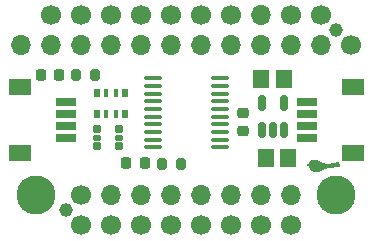
<source format=gbr>
%TF.GenerationSoftware,KiCad,Pcbnew,7.0.3*%
%TF.CreationDate,2023-05-19T16:22:07-07:00*%
%TF.ProjectId,StemmaG0,5374656d-6d61-4473-902e-6b696361645f,rev?*%
%TF.SameCoordinates,Original*%
%TF.FileFunction,Soldermask,Top*%
%TF.FilePolarity,Negative*%
%FSLAX46Y46*%
G04 Gerber Fmt 4.6, Leading zero omitted, Abs format (unit mm)*
G04 Created by KiCad (PCBNEW 7.0.3) date 2023-05-19 16:22:07*
%MOMM*%
%LPD*%
G01*
G04 APERTURE LIST*
G04 Aperture macros list*
%AMRoundRect*
0 Rectangle with rounded corners*
0 $1 Rounding radius*
0 $2 $3 $4 $5 $6 $7 $8 $9 X,Y pos of 4 corners*
0 Add a 4 corners polygon primitive as box body*
4,1,4,$2,$3,$4,$5,$6,$7,$8,$9,$2,$3,0*
0 Add four circle primitives for the rounded corners*
1,1,$1+$1,$2,$3*
1,1,$1+$1,$4,$5*
1,1,$1+$1,$6,$7*
1,1,$1+$1,$8,$9*
0 Add four rect primitives between the rounded corners*
20,1,$1+$1,$2,$3,$4,$5,0*
20,1,$1+$1,$4,$5,$6,$7,0*
20,1,$1+$1,$6,$7,$8,$9,0*
20,1,$1+$1,$8,$9,$2,$3,0*%
G04 Aperture macros list end*
%ADD10C,0.010000*%
%ADD11RoundRect,0.200000X0.200000X0.275000X-0.200000X0.275000X-0.200000X-0.275000X0.200000X-0.275000X0*%
%ADD12C,1.700000*%
%ADD13O,1.700000X1.700000*%
%ADD14C,1.152000*%
%ADD15R,0.500000X0.800000*%
%ADD16R,0.400000X0.800000*%
%ADD17RoundRect,0.050800X0.250000X-0.250000X0.250000X0.250000X-0.250000X0.250000X-0.250000X-0.250000X0*%
%ADD18RoundRect,0.050800X0.250000X-0.200000X0.250000X0.200000X-0.250000X0.200000X-0.250000X-0.200000X0*%
%ADD19RoundRect,0.218750X-0.218750X-0.256250X0.218750X-0.256250X0.218750X0.256250X-0.218750X0.256250X0*%
%ADD20C,3.301600*%
%ADD21RoundRect,0.050800X0.775000X0.300000X-0.775000X0.300000X-0.775000X-0.300000X0.775000X-0.300000X0*%
%ADD22RoundRect,0.050800X0.900000X0.600000X-0.900000X0.600000X-0.900000X-0.600000X0.900000X-0.600000X0*%
%ADD23RoundRect,0.218750X0.218750X0.256250X-0.218750X0.256250X-0.218750X-0.256250X0.218750X-0.256250X0*%
%ADD24RoundRect,0.100000X0.637500X0.100000X-0.637500X0.100000X-0.637500X-0.100000X0.637500X-0.100000X0*%
%ADD25RoundRect,0.150000X0.150000X-0.512500X0.150000X0.512500X-0.150000X0.512500X-0.150000X-0.512500X0*%
%ADD26RoundRect,0.225000X0.250000X-0.225000X0.250000X0.225000X-0.250000X0.225000X-0.250000X-0.225000X0*%
%ADD27RoundRect,0.050800X-0.620000X-0.750000X0.620000X-0.750000X0.620000X0.750000X-0.620000X0.750000X0*%
%ADD28RoundRect,0.050800X-0.775000X-0.300000X0.775000X-0.300000X0.775000X0.300000X-0.775000X0.300000X0*%
%ADD29RoundRect,0.050800X-0.900000X-0.600000X0.900000X-0.600000X0.900000X0.600000X-0.900000X0.600000X0*%
%ADD30RoundRect,0.200000X-0.200000X-0.275000X0.200000X-0.275000X0.200000X0.275000X-0.200000X0.275000X0*%
G04 APERTURE END LIST*
%TO.C,G\u002A\u002A\u002A*%
D10*
X23516297Y3022302D02*
X23529269Y3021693D01*
X23541577Y3020640D01*
X23553799Y3019097D01*
X23566514Y3017019D01*
X23575099Y3015403D01*
X23587773Y3012781D01*
X23599864Y3009975D01*
X23611730Y3006871D01*
X23623729Y3003355D01*
X23636221Y2999312D01*
X23649562Y2994628D01*
X23664113Y2989188D01*
X23680231Y2982878D01*
X23692425Y2977969D01*
X23708615Y2971318D01*
X23725051Y2964414D01*
X23741872Y2957190D01*
X23759217Y2949583D01*
X23777223Y2941527D01*
X23796030Y2932958D01*
X23815777Y2923810D01*
X23836601Y2914018D01*
X23858641Y2903517D01*
X23882037Y2892243D01*
X23906926Y2880130D01*
X23933447Y2867113D01*
X23961739Y2853128D01*
X23991940Y2838109D01*
X24011744Y2828219D01*
X24039760Y2814235D01*
X24065794Y2801298D01*
X24090009Y2789333D01*
X24112566Y2778266D01*
X24133627Y2768022D01*
X24153354Y2758528D01*
X24171910Y2749709D01*
X24189455Y2741490D01*
X24206153Y2733797D01*
X24222164Y2726556D01*
X24237651Y2719693D01*
X24252777Y2713132D01*
X24267702Y2706800D01*
X24282589Y2700623D01*
X24297599Y2694525D01*
X24312895Y2688433D01*
X24328639Y2682272D01*
X24334529Y2679991D01*
X24342754Y2676807D01*
X24350393Y2673835D01*
X24357107Y2671207D01*
X24362557Y2669058D01*
X24366405Y2667519D01*
X24368254Y2666750D01*
X24371741Y2665187D01*
X24362702Y2654364D01*
X24348451Y2638524D01*
X24332061Y2622491D01*
X24313779Y2606454D01*
X24293855Y2590601D01*
X24272537Y2575122D01*
X24250073Y2560205D01*
X24226714Y2546039D01*
X24202707Y2532813D01*
X24202086Y2532488D01*
X24170746Y2517099D01*
X24137452Y2502583D01*
X24102544Y2489039D01*
X24066360Y2476567D01*
X24029239Y2465265D01*
X23991519Y2455232D01*
X23953538Y2446568D01*
X23915636Y2439370D01*
X23878150Y2433739D01*
X23854953Y2431046D01*
X23848076Y2430505D01*
X23839436Y2430081D01*
X23829483Y2429773D01*
X23818667Y2429581D01*
X23807438Y2429505D01*
X23796247Y2429545D01*
X23785544Y2429702D01*
X23775778Y2429975D01*
X23767401Y2430365D01*
X23760861Y2430871D01*
X23759400Y2431036D01*
X23735337Y2434887D01*
X23713154Y2440216D01*
X23692861Y2447021D01*
X23674471Y2455297D01*
X23657993Y2465041D01*
X23651693Y2469533D01*
X23637757Y2481382D01*
X23625868Y2494439D01*
X23615906Y2508869D01*
X23607751Y2524838D01*
X23603652Y2535289D01*
X23600493Y2544944D01*
X23598234Y2553722D01*
X23596754Y2562390D01*
X23595930Y2571713D01*
X23595641Y2582457D01*
X23595639Y2585641D01*
X23595707Y2605149D01*
X23587810Y2605959D01*
X23579912Y2606768D01*
X23571383Y2600964D01*
X23562853Y2595161D01*
X23562500Y2583670D01*
X23563036Y2567565D01*
X23565498Y2550722D01*
X23569737Y2533643D01*
X23575604Y2516833D01*
X23582950Y2500795D01*
X23591343Y2486456D01*
X23603611Y2470050D01*
X23617668Y2455268D01*
X23633507Y2442113D01*
X23651121Y2430589D01*
X23670502Y2420699D01*
X23691645Y2412448D01*
X23714540Y2405839D01*
X23739182Y2400874D01*
X23765564Y2397559D01*
X23768597Y2397293D01*
X23778190Y2396717D01*
X23789648Y2396406D01*
X23802431Y2396347D01*
X23816002Y2396527D01*
X23829821Y2396932D01*
X23843351Y2397551D01*
X23856052Y2398370D01*
X23867386Y2399375D01*
X23870863Y2399761D01*
X23909394Y2405101D01*
X23948465Y2412061D01*
X23987694Y2420534D01*
X24026701Y2430413D01*
X24065104Y2441592D01*
X24102524Y2453965D01*
X24138578Y2467425D01*
X24172886Y2481867D01*
X24185274Y2487537D01*
X24215219Y2502350D01*
X24243960Y2518135D01*
X24271337Y2534776D01*
X24297192Y2552157D01*
X24321369Y2570163D01*
X24343707Y2588678D01*
X24364050Y2607586D01*
X24382239Y2626771D01*
X24393098Y2639668D01*
X24398179Y2645858D01*
X24402005Y2650134D01*
X24404669Y2652589D01*
X24406261Y2653317D01*
X24406380Y2653295D01*
X24411377Y2652047D01*
X24418388Y2650632D01*
X24427016Y2649107D01*
X24436867Y2647528D01*
X24447546Y2645953D01*
X24458656Y2644439D01*
X24469803Y2643043D01*
X24480591Y2641822D01*
X24490625Y2640833D01*
X24495396Y2640431D01*
X24505770Y2639836D01*
X24517261Y2639602D01*
X24530019Y2639740D01*
X24544198Y2640258D01*
X24559949Y2641166D01*
X24577426Y2642473D01*
X24596780Y2644187D01*
X24618165Y2646319D01*
X24641731Y2648878D01*
X24649005Y2649702D01*
X24682582Y2653752D01*
X24718381Y2658479D01*
X24756306Y2663865D01*
X24796263Y2669893D01*
X24838156Y2676545D01*
X24881890Y2683805D01*
X24927369Y2691654D01*
X24974498Y2700076D01*
X25023181Y2709053D01*
X25073324Y2718567D01*
X25124831Y2728602D01*
X25177606Y2739140D01*
X25231555Y2750164D01*
X25286581Y2761655D01*
X25342591Y2773598D01*
X25399487Y2785974D01*
X25409191Y2788109D01*
X25420002Y2790474D01*
X25430311Y2792696D01*
X25439827Y2794715D01*
X25448257Y2796470D01*
X25455309Y2797900D01*
X25460693Y2798946D01*
X25464116Y2799547D01*
X25464829Y2799645D01*
X25474216Y2799616D01*
X25484148Y2797698D01*
X25494002Y2794118D01*
X25503154Y2789104D01*
X25510982Y2782886D01*
X25511227Y2782647D01*
X25514915Y2778409D01*
X25519449Y2772194D01*
X25524700Y2764240D01*
X25530537Y2754784D01*
X25536830Y2744063D01*
X25543450Y2732314D01*
X25550267Y2719773D01*
X25557151Y2706678D01*
X25563971Y2693267D01*
X25570599Y2679775D01*
X25576905Y2666441D01*
X25582757Y2653500D01*
X25585751Y2646604D01*
X25595172Y2622968D01*
X25602673Y2600707D01*
X25608251Y2579835D01*
X25611904Y2560362D01*
X25613632Y2542299D01*
X25613431Y2525657D01*
X25611302Y2510449D01*
X25607476Y2497301D01*
X25604191Y2490354D01*
X25599540Y2482841D01*
X25594124Y2475608D01*
X25588540Y2469500D01*
X25586488Y2467642D01*
X25581212Y2463559D01*
X25575514Y2459953D01*
X25569208Y2456788D01*
X25562107Y2454026D01*
X25554025Y2451629D01*
X25544775Y2449559D01*
X25534171Y2447779D01*
X25522026Y2446251D01*
X25508153Y2444936D01*
X25492366Y2443798D01*
X25474479Y2442799D01*
X25460596Y2442160D01*
X25453817Y2441893D01*
X25444962Y2441580D01*
X25434372Y2441230D01*
X25422388Y2440853D01*
X25409353Y2440462D01*
X25395609Y2440065D01*
X25381496Y2439673D01*
X25367357Y2439297D01*
X25360205Y2439113D01*
X25323874Y2438155D01*
X25289757Y2437173D01*
X25257648Y2436158D01*
X25227341Y2435100D01*
X25198631Y2433989D01*
X25171313Y2432814D01*
X25145181Y2431565D01*
X25120030Y2430232D01*
X25095654Y2428806D01*
X25071848Y2427276D01*
X25048406Y2425632D01*
X25025123Y2423864D01*
X25001793Y2421961D01*
X24989486Y2420908D01*
X24937232Y2416000D01*
X24887000Y2410508D01*
X24838451Y2404363D01*
X24791245Y2397493D01*
X24745041Y2389830D01*
X24699501Y2381302D01*
X24654283Y2371840D01*
X24609048Y2361373D01*
X24563456Y2349832D01*
X24517166Y2337146D01*
X24469840Y2323245D01*
X24421137Y2308059D01*
X24384120Y2295989D01*
X24364696Y2289509D01*
X24346721Y2283418D01*
X24329997Y2277624D01*
X24314330Y2272036D01*
X24299522Y2266563D01*
X24285378Y2261114D01*
X24271702Y2255596D01*
X24258297Y2249920D01*
X24244969Y2243993D01*
X24231520Y2237725D01*
X24217755Y2231024D01*
X24203478Y2223799D01*
X24188493Y2215958D01*
X24172603Y2207411D01*
X24155613Y2198066D01*
X24137327Y2187831D01*
X24117548Y2176617D01*
X24096081Y2164331D01*
X24073877Y2151543D01*
X24056668Y2141625D01*
X24041318Y2132811D01*
X24027602Y2124978D01*
X24015296Y2118001D01*
X24004174Y2111756D01*
X23994011Y2106119D01*
X23984583Y2100967D01*
X23975664Y2096175D01*
X23967030Y2091619D01*
X23958456Y2087176D01*
X23949717Y2082721D01*
X23942039Y2078856D01*
X23919644Y2067912D01*
X23898803Y2058325D01*
X23879156Y2049972D01*
X23860344Y2042730D01*
X23842008Y2036474D01*
X23823790Y2031079D01*
X23805329Y2026423D01*
X23786269Y2022382D01*
X23769992Y2019448D01*
X23749669Y2016231D01*
X23730954Y2013703D01*
X23713154Y2011808D01*
X23695575Y2010489D01*
X23677525Y2009691D01*
X23658309Y2009358D01*
X23645100Y2009363D01*
X23635984Y2009431D01*
X23627398Y2009520D01*
X23619716Y2009622D01*
X23613314Y2009734D01*
X23608566Y2009848D01*
X23605848Y2009960D01*
X23605791Y2009964D01*
X23574575Y2013055D01*
X23543783Y2017733D01*
X23513710Y2023923D01*
X23484647Y2031549D01*
X23456888Y2040537D01*
X23430728Y2050811D01*
X23410958Y2060000D01*
X23381529Y2076079D01*
X23352857Y2094436D01*
X23324968Y2115043D01*
X23297888Y2137872D01*
X23271644Y2162894D01*
X23246262Y2190082D01*
X23221767Y2219407D01*
X23198186Y2250841D01*
X23175545Y2284357D01*
X23153870Y2319925D01*
X23133187Y2357519D01*
X23131703Y2360367D01*
X23119015Y2386086D01*
X23107182Y2412741D01*
X23096081Y2440653D01*
X23085588Y2470140D01*
X23075582Y2501524D01*
X23069924Y2520820D01*
X23067330Y2529936D01*
X22983077Y2563922D01*
X22969542Y2569399D01*
X22956679Y2574637D01*
X22944663Y2579564D01*
X22933667Y2584106D01*
X22923864Y2588192D01*
X22915428Y2591747D01*
X22908534Y2594700D01*
X22903353Y2596978D01*
X22900060Y2598508D01*
X22898829Y2599217D01*
X22898824Y2599233D01*
X22899707Y2600219D01*
X22902268Y2602692D01*
X22906377Y2606533D01*
X22911902Y2611623D01*
X22918713Y2617843D01*
X22926678Y2625073D01*
X22935667Y2633196D01*
X22945549Y2642092D01*
X22956193Y2651642D01*
X22967468Y2661728D01*
X22976234Y2669549D01*
X23053643Y2738540D01*
X23058573Y2752158D01*
X23068288Y2776184D01*
X23079687Y2799122D01*
X23092910Y2821181D01*
X23108096Y2842569D01*
X23125384Y2863496D01*
X23144915Y2884169D01*
X23150534Y2889680D01*
X23173614Y2910312D01*
X23198502Y2929403D01*
X23225109Y2946905D01*
X23253344Y2962775D01*
X23283116Y2976967D01*
X23314334Y2989435D01*
X23346907Y3000135D01*
X23380745Y3009020D01*
X23396543Y3012451D01*
X23411765Y3015412D01*
X23425384Y3017734D01*
X23438108Y3019493D01*
X23450643Y3020770D01*
X23463697Y3021641D01*
X23477977Y3022187D01*
X23486048Y3022366D01*
X23502083Y3022511D01*
X23516297Y3022302D01*
G36*
X23516297Y3022302D02*
G01*
X23529269Y3021693D01*
X23541577Y3020640D01*
X23553799Y3019097D01*
X23566514Y3017019D01*
X23575099Y3015403D01*
X23587773Y3012781D01*
X23599864Y3009975D01*
X23611730Y3006871D01*
X23623729Y3003355D01*
X23636221Y2999312D01*
X23649562Y2994628D01*
X23664113Y2989188D01*
X23680231Y2982878D01*
X23692425Y2977969D01*
X23708615Y2971318D01*
X23725051Y2964414D01*
X23741872Y2957190D01*
X23759217Y2949583D01*
X23777223Y2941527D01*
X23796030Y2932958D01*
X23815777Y2923810D01*
X23836601Y2914018D01*
X23858641Y2903517D01*
X23882037Y2892243D01*
X23906926Y2880130D01*
X23933447Y2867113D01*
X23961739Y2853128D01*
X23991940Y2838109D01*
X24011744Y2828219D01*
X24039760Y2814235D01*
X24065794Y2801298D01*
X24090009Y2789333D01*
X24112566Y2778266D01*
X24133627Y2768022D01*
X24153354Y2758528D01*
X24171910Y2749709D01*
X24189455Y2741490D01*
X24206153Y2733797D01*
X24222164Y2726556D01*
X24237651Y2719693D01*
X24252777Y2713132D01*
X24267702Y2706800D01*
X24282589Y2700623D01*
X24297599Y2694525D01*
X24312895Y2688433D01*
X24328639Y2682272D01*
X24334529Y2679991D01*
X24342754Y2676807D01*
X24350393Y2673835D01*
X24357107Y2671207D01*
X24362557Y2669058D01*
X24366405Y2667519D01*
X24368254Y2666750D01*
X24371741Y2665187D01*
X24362702Y2654364D01*
X24348451Y2638524D01*
X24332061Y2622491D01*
X24313779Y2606454D01*
X24293855Y2590601D01*
X24272537Y2575122D01*
X24250073Y2560205D01*
X24226714Y2546039D01*
X24202707Y2532813D01*
X24202086Y2532488D01*
X24170746Y2517099D01*
X24137452Y2502583D01*
X24102544Y2489039D01*
X24066360Y2476567D01*
X24029239Y2465265D01*
X23991519Y2455232D01*
X23953538Y2446568D01*
X23915636Y2439370D01*
X23878150Y2433739D01*
X23854953Y2431046D01*
X23848076Y2430505D01*
X23839436Y2430081D01*
X23829483Y2429773D01*
X23818667Y2429581D01*
X23807438Y2429505D01*
X23796247Y2429545D01*
X23785544Y2429702D01*
X23775778Y2429975D01*
X23767401Y2430365D01*
X23760861Y2430871D01*
X23759400Y2431036D01*
X23735337Y2434887D01*
X23713154Y2440216D01*
X23692861Y2447021D01*
X23674471Y2455297D01*
X23657993Y2465041D01*
X23651693Y2469533D01*
X23637757Y2481382D01*
X23625868Y2494439D01*
X23615906Y2508869D01*
X23607751Y2524838D01*
X23603652Y2535289D01*
X23600493Y2544944D01*
X23598234Y2553722D01*
X23596754Y2562390D01*
X23595930Y2571713D01*
X23595641Y2582457D01*
X23595639Y2585641D01*
X23595707Y2605149D01*
X23587810Y2605959D01*
X23579912Y2606768D01*
X23571383Y2600964D01*
X23562853Y2595161D01*
X23562500Y2583670D01*
X23563036Y2567565D01*
X23565498Y2550722D01*
X23569737Y2533643D01*
X23575604Y2516833D01*
X23582950Y2500795D01*
X23591343Y2486456D01*
X23603611Y2470050D01*
X23617668Y2455268D01*
X23633507Y2442113D01*
X23651121Y2430589D01*
X23670502Y2420699D01*
X23691645Y2412448D01*
X23714540Y2405839D01*
X23739182Y2400874D01*
X23765564Y2397559D01*
X23768597Y2397293D01*
X23778190Y2396717D01*
X23789648Y2396406D01*
X23802431Y2396347D01*
X23816002Y2396527D01*
X23829821Y2396932D01*
X23843351Y2397551D01*
X23856052Y2398370D01*
X23867386Y2399375D01*
X23870863Y2399761D01*
X23909394Y2405101D01*
X23948465Y2412061D01*
X23987694Y2420534D01*
X24026701Y2430413D01*
X24065104Y2441592D01*
X24102524Y2453965D01*
X24138578Y2467425D01*
X24172886Y2481867D01*
X24185274Y2487537D01*
X24215219Y2502350D01*
X24243960Y2518135D01*
X24271337Y2534776D01*
X24297192Y2552157D01*
X24321369Y2570163D01*
X24343707Y2588678D01*
X24364050Y2607586D01*
X24382239Y2626771D01*
X24393098Y2639668D01*
X24398179Y2645858D01*
X24402005Y2650134D01*
X24404669Y2652589D01*
X24406261Y2653317D01*
X24406380Y2653295D01*
X24411377Y2652047D01*
X24418388Y2650632D01*
X24427016Y2649107D01*
X24436867Y2647528D01*
X24447546Y2645953D01*
X24458656Y2644439D01*
X24469803Y2643043D01*
X24480591Y2641822D01*
X24490625Y2640833D01*
X24495396Y2640431D01*
X24505770Y2639836D01*
X24517261Y2639602D01*
X24530019Y2639740D01*
X24544198Y2640258D01*
X24559949Y2641166D01*
X24577426Y2642473D01*
X24596780Y2644187D01*
X24618165Y2646319D01*
X24641731Y2648878D01*
X24649005Y2649702D01*
X24682582Y2653752D01*
X24718381Y2658479D01*
X24756306Y2663865D01*
X24796263Y2669893D01*
X24838156Y2676545D01*
X24881890Y2683805D01*
X24927369Y2691654D01*
X24974498Y2700076D01*
X25023181Y2709053D01*
X25073324Y2718567D01*
X25124831Y2728602D01*
X25177606Y2739140D01*
X25231555Y2750164D01*
X25286581Y2761655D01*
X25342591Y2773598D01*
X25399487Y2785974D01*
X25409191Y2788109D01*
X25420002Y2790474D01*
X25430311Y2792696D01*
X25439827Y2794715D01*
X25448257Y2796470D01*
X25455309Y2797900D01*
X25460693Y2798946D01*
X25464116Y2799547D01*
X25464829Y2799645D01*
X25474216Y2799616D01*
X25484148Y2797698D01*
X25494002Y2794118D01*
X25503154Y2789104D01*
X25510982Y2782886D01*
X25511227Y2782647D01*
X25514915Y2778409D01*
X25519449Y2772194D01*
X25524700Y2764240D01*
X25530537Y2754784D01*
X25536830Y2744063D01*
X25543450Y2732314D01*
X25550267Y2719773D01*
X25557151Y2706678D01*
X25563971Y2693267D01*
X25570599Y2679775D01*
X25576905Y2666441D01*
X25582757Y2653500D01*
X25585751Y2646604D01*
X25595172Y2622968D01*
X25602673Y2600707D01*
X25608251Y2579835D01*
X25611904Y2560362D01*
X25613632Y2542299D01*
X25613431Y2525657D01*
X25611302Y2510449D01*
X25607476Y2497301D01*
X25604191Y2490354D01*
X25599540Y2482841D01*
X25594124Y2475608D01*
X25588540Y2469500D01*
X25586488Y2467642D01*
X25581212Y2463559D01*
X25575514Y2459953D01*
X25569208Y2456788D01*
X25562107Y2454026D01*
X25554025Y2451629D01*
X25544775Y2449559D01*
X25534171Y2447779D01*
X25522026Y2446251D01*
X25508153Y2444936D01*
X25492366Y2443798D01*
X25474479Y2442799D01*
X25460596Y2442160D01*
X25453817Y2441893D01*
X25444962Y2441580D01*
X25434372Y2441230D01*
X25422388Y2440853D01*
X25409353Y2440462D01*
X25395609Y2440065D01*
X25381496Y2439673D01*
X25367357Y2439297D01*
X25360205Y2439113D01*
X25323874Y2438155D01*
X25289757Y2437173D01*
X25257648Y2436158D01*
X25227341Y2435100D01*
X25198631Y2433989D01*
X25171313Y2432814D01*
X25145181Y2431565D01*
X25120030Y2430232D01*
X25095654Y2428806D01*
X25071848Y2427276D01*
X25048406Y2425632D01*
X25025123Y2423864D01*
X25001793Y2421961D01*
X24989486Y2420908D01*
X24937232Y2416000D01*
X24887000Y2410508D01*
X24838451Y2404363D01*
X24791245Y2397493D01*
X24745041Y2389830D01*
X24699501Y2381302D01*
X24654283Y2371840D01*
X24609048Y2361373D01*
X24563456Y2349832D01*
X24517166Y2337146D01*
X24469840Y2323245D01*
X24421137Y2308059D01*
X24384120Y2295989D01*
X24364696Y2289509D01*
X24346721Y2283418D01*
X24329997Y2277624D01*
X24314330Y2272036D01*
X24299522Y2266563D01*
X24285378Y2261114D01*
X24271702Y2255596D01*
X24258297Y2249920D01*
X24244969Y2243993D01*
X24231520Y2237725D01*
X24217755Y2231024D01*
X24203478Y2223799D01*
X24188493Y2215958D01*
X24172603Y2207411D01*
X24155613Y2198066D01*
X24137327Y2187831D01*
X24117548Y2176617D01*
X24096081Y2164331D01*
X24073877Y2151543D01*
X24056668Y2141625D01*
X24041318Y2132811D01*
X24027602Y2124978D01*
X24015296Y2118001D01*
X24004174Y2111756D01*
X23994011Y2106119D01*
X23984583Y2100967D01*
X23975664Y2096175D01*
X23967030Y2091619D01*
X23958456Y2087176D01*
X23949717Y2082721D01*
X23942039Y2078856D01*
X23919644Y2067912D01*
X23898803Y2058325D01*
X23879156Y2049972D01*
X23860344Y2042730D01*
X23842008Y2036474D01*
X23823790Y2031079D01*
X23805329Y2026423D01*
X23786269Y2022382D01*
X23769992Y2019448D01*
X23749669Y2016231D01*
X23730954Y2013703D01*
X23713154Y2011808D01*
X23695575Y2010489D01*
X23677525Y2009691D01*
X23658309Y2009358D01*
X23645100Y2009363D01*
X23635984Y2009431D01*
X23627398Y2009520D01*
X23619716Y2009622D01*
X23613314Y2009734D01*
X23608566Y2009848D01*
X23605848Y2009960D01*
X23605791Y2009964D01*
X23574575Y2013055D01*
X23543783Y2017733D01*
X23513710Y2023923D01*
X23484647Y2031549D01*
X23456888Y2040537D01*
X23430728Y2050811D01*
X23410958Y2060000D01*
X23381529Y2076079D01*
X23352857Y2094436D01*
X23324968Y2115043D01*
X23297888Y2137872D01*
X23271644Y2162894D01*
X23246262Y2190082D01*
X23221767Y2219407D01*
X23198186Y2250841D01*
X23175545Y2284357D01*
X23153870Y2319925D01*
X23133187Y2357519D01*
X23131703Y2360367D01*
X23119015Y2386086D01*
X23107182Y2412741D01*
X23096081Y2440653D01*
X23085588Y2470140D01*
X23075582Y2501524D01*
X23069924Y2520820D01*
X23067330Y2529936D01*
X22983077Y2563922D01*
X22969542Y2569399D01*
X22956679Y2574637D01*
X22944663Y2579564D01*
X22933667Y2584106D01*
X22923864Y2588192D01*
X22915428Y2591747D01*
X22908534Y2594700D01*
X22903353Y2596978D01*
X22900060Y2598508D01*
X22898829Y2599217D01*
X22898824Y2599233D01*
X22899707Y2600219D01*
X22902268Y2602692D01*
X22906377Y2606533D01*
X22911902Y2611623D01*
X22918713Y2617843D01*
X22926678Y2625073D01*
X22935667Y2633196D01*
X22945549Y2642092D01*
X22956193Y2651642D01*
X22967468Y2661728D01*
X22976234Y2669549D01*
X23053643Y2738540D01*
X23058573Y2752158D01*
X23068288Y2776184D01*
X23079687Y2799122D01*
X23092910Y2821181D01*
X23108096Y2842569D01*
X23125384Y2863496D01*
X23144915Y2884169D01*
X23150534Y2889680D01*
X23173614Y2910312D01*
X23198502Y2929403D01*
X23225109Y2946905D01*
X23253344Y2962775D01*
X23283116Y2976967D01*
X23314334Y2989435D01*
X23346907Y3000135D01*
X23380745Y3009020D01*
X23396543Y3012451D01*
X23411765Y3015412D01*
X23425384Y3017734D01*
X23438108Y3019493D01*
X23450643Y3020770D01*
X23463697Y3021641D01*
X23477977Y3022187D01*
X23486048Y3022366D01*
X23502083Y3022511D01*
X23516297Y3022302D01*
G37*
%TD*%
D11*
%TO.C,R1*%
X4982314Y10142017D03*
X3332314Y10142017D03*
%TD*%
D12*
%TO.C,J1*%
X26670000Y12700000D03*
D13*
X24130000Y12700000D03*
X21590000Y12700000D03*
X19050000Y12700000D03*
X16510000Y12700000D03*
X13970000Y12700000D03*
X11430000Y12700000D03*
X8890000Y12700000D03*
X6350000Y12700000D03*
X3810000Y12700000D03*
X1270000Y12700000D03*
X-1270000Y12700000D03*
%TD*%
D14*
%TO.C,REF\u002A\u002A*%
X2540000Y-1270000D03*
%TD*%
D15*
%TO.C,R3*%
X7514279Y8689342D03*
D16*
X6714279Y8689342D03*
X5914279Y8689342D03*
D15*
X5114279Y8689342D03*
X5114279Y6889342D03*
D16*
X5914279Y6889342D03*
X6714279Y6889342D03*
D15*
X7514279Y6889342D03*
%TD*%
D17*
%TO.C,Q2*%
X6948888Y4131035D03*
D18*
X6948888Y4881035D03*
D17*
X6948888Y5631035D03*
X5148888Y5631035D03*
D18*
X5148888Y4881035D03*
D17*
X5148888Y4131035D03*
%TD*%
D19*
%TO.C,D1*%
X355500Y10160000D03*
X1930500Y10160000D03*
%TD*%
D20*
%TO.C,U$19*%
X0Y0D03*
%TD*%
D21*
%TO.C,CONN3*%
X22886000Y4850000D03*
X22886000Y5850000D03*
X22886000Y6850000D03*
X22886000Y7850000D03*
D22*
X26786000Y3550000D03*
X26786000Y9150000D03*
%TD*%
D12*
%TO.C,J2*%
X3810000Y0D03*
D13*
X6350000Y0D03*
X8890000Y0D03*
X11430000Y0D03*
X13970000Y0D03*
X16510000Y0D03*
X19050000Y0D03*
X21590000Y0D03*
%TD*%
D23*
%TO.C,D2*%
X9166861Y2688827D03*
X7591861Y2688827D03*
%TD*%
D24*
%TO.C,U1*%
X15562500Y4060000D03*
X15562500Y4710000D03*
X15562500Y5360000D03*
X15562500Y6010000D03*
X15562500Y6660000D03*
X15562500Y7310000D03*
X15562500Y7960000D03*
X15562500Y8610000D03*
X15562500Y9260000D03*
X15562500Y9910000D03*
X9837500Y9910000D03*
X9837500Y9260000D03*
X9837500Y8610000D03*
X9837500Y7960000D03*
X9837500Y7310000D03*
X9837500Y6660000D03*
X9837500Y6010000D03*
X9837500Y5360000D03*
X9837500Y4710000D03*
X9837500Y4060000D03*
%TD*%
D14*
%TO.C,REF\u002A\u002A*%
X25400000Y13990219D03*
%TD*%
D20*
%TO.C,U$21*%
X25400000Y0D03*
%TD*%
D12*
%TO.C,J4*%
X3810000Y-2540000D03*
X6350000Y-2540000D03*
X8890000Y-2540000D03*
X11430000Y-2540000D03*
X13970000Y-2540000D03*
X16510000Y-2540000D03*
X19050000Y-2540000D03*
X21590000Y-2540000D03*
%TD*%
D25*
%TO.C,U2*%
X19092406Y5562232D03*
X20042406Y5562232D03*
X20992406Y5562232D03*
X20992406Y7837232D03*
X19092406Y7837232D03*
%TD*%
D26*
%TO.C,C1*%
X17511712Y5416795D03*
X17511712Y6966795D03*
%TD*%
D27*
%TO.C,C3*%
X19049470Y9834070D03*
X20949470Y9834070D03*
%TD*%
D28*
%TO.C,CONN4*%
X2514000Y7850000D03*
X2514000Y6850000D03*
X2514000Y5850000D03*
X2514000Y4850000D03*
D29*
X-1386000Y9150000D03*
X-1386000Y3550000D03*
%TD*%
D12*
%TO.C,J5*%
X24130000Y15240000D03*
X21590000Y15240000D03*
D13*
X19050000Y15240000D03*
D12*
X16510000Y15240000D03*
X13970000Y15240000D03*
X11430000Y15240000D03*
X8890000Y15240000D03*
X6350000Y15240000D03*
X3810000Y15240000D03*
X1270000Y15240000D03*
%TD*%
D27*
%TO.C,C2*%
X19436530Y3157500D03*
X21336530Y3157500D03*
%TD*%
D30*
%TO.C,R2*%
X10620307Y2624251D03*
X12270307Y2624251D03*
%TD*%
M02*

</source>
